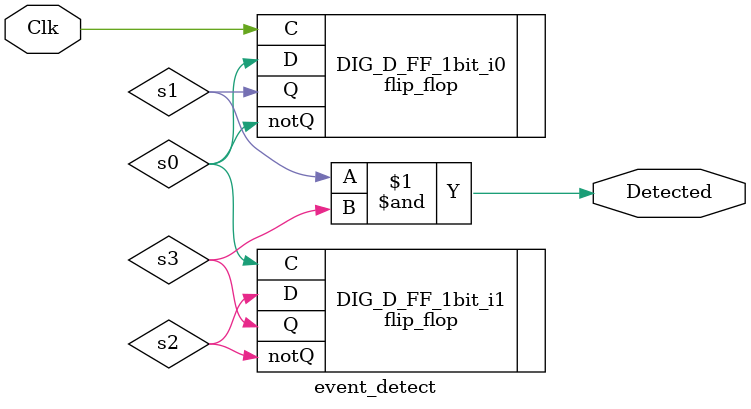
<source format=v>
module event_detect (
   input Clk,
   output Detected
   );
   wire s0;
   wire s1;
   wire s2;
   wire s3;

   flip_flop #(
      .Default(0)
   )
   DIG_D_FF_1bit_i0 (
      .D( s0 ),
      .C( Clk ),
      .Q( s1 ),
      .notQ ( s0 )
   );
   flip_flop #(
      .Default(0)
   )
   DIG_D_FF_1bit_i1 (
      .D( s2 ),
      .C( s0 ),
      .Q( s3 ),
      .notQ ( s2 )
   );
   assign Detected = (s1 & s3);
endmodule
</source>
